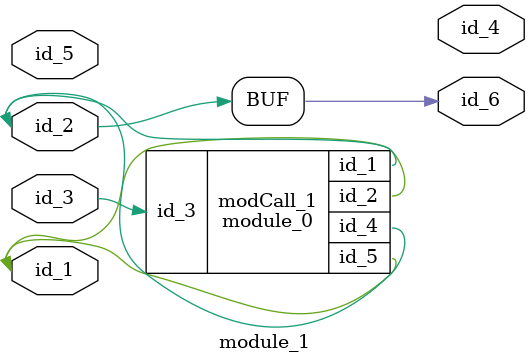
<source format=v>
module module_0 (
    id_1,
    id_2,
    id_3,
    id_4,
    id_5
);
  inout wire id_5;
  inout wire id_4;
  input wire id_3;
  output wire id_2;
  inout wire id_1;
  wire id_6;
  localparam id_7 = 1;
  assign id_5 = id_1;
  wire id_8;
  parameter id_9 = -1'b0;
endmodule
module module_1 (
    id_1,
    id_2,
    id_3,
    id_4,
    id_5,
    id_6
);
  output wire id_6;
  input wire id_5;
  output wire id_4;
  input wire id_3;
  inout wire id_2;
  inout wire id_1;
  module_0 modCall_1 (
      id_2,
      id_1,
      id_3,
      id_2,
      id_1
  );
  assign id_6 = id_2;
  wire [-1 'b0 : -1] id_7;
endmodule

</source>
